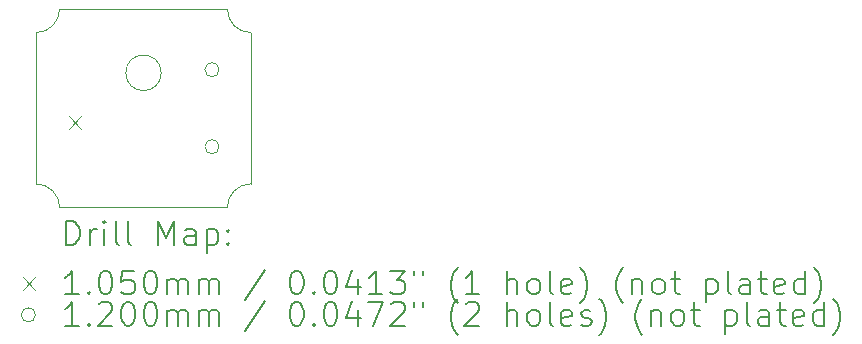
<source format=gbr>
%TF.GenerationSoftware,KiCad,Pcbnew,7.0.7*%
%TF.CreationDate,2023-11-04T12:16:55+01:00*%
%TF.ProjectId,amoeba-ulp,616d6f65-6261-42d7-956c-702e6b696361,rev?*%
%TF.SameCoordinates,Original*%
%TF.FileFunction,Drillmap*%
%TF.FilePolarity,Positive*%
%FSLAX45Y45*%
G04 Gerber Fmt 4.5, Leading zero omitted, Abs format (unit mm)*
G04 Created by KiCad (PCBNEW 7.0.7) date 2023-11-04 12:16:55*
%MOMM*%
%LPD*%
G01*
G04 APERTURE LIST*
%ADD10C,0.100000*%
%ADD11C,0.200000*%
%ADD12C,0.105000*%
%ADD13C,0.120000*%
G04 APERTURE END LIST*
D10*
X10860000Y-10340000D02*
G75*
G03*
X10860000Y-10340000I-150000J0D01*
G01*
X11420000Y-9800000D02*
G75*
G03*
X11620000Y-10000000I200000J0D01*
G01*
X11620000Y-11280000D02*
G75*
G03*
X11420000Y-11480000I0J-200000D01*
G01*
X10000000Y-11480000D02*
G75*
G03*
X9800000Y-11280000I-200000J0D01*
G01*
X9800000Y-10000000D02*
G75*
G03*
X10000000Y-9800000I0J200000D01*
G01*
X11620000Y-11280000D02*
X11620000Y-10000000D01*
X11420000Y-9800000D02*
X10000000Y-9800000D01*
X10000000Y-11480000D02*
X11420000Y-11480000D01*
X9800000Y-10000000D02*
X9800000Y-11280000D01*
D11*
D12*
X10077500Y-10707500D02*
X10182500Y-10812500D01*
X10182500Y-10707500D02*
X10077500Y-10812500D01*
D13*
X11350000Y-10314000D02*
G75*
G03*
X11350000Y-10314000I-60000J0D01*
G01*
X11350000Y-10966000D02*
G75*
G03*
X11350000Y-10966000I-60000J0D01*
G01*
D11*
X10055777Y-11796484D02*
X10055777Y-11596484D01*
X10055777Y-11596484D02*
X10103396Y-11596484D01*
X10103396Y-11596484D02*
X10131967Y-11606008D01*
X10131967Y-11606008D02*
X10151015Y-11625055D01*
X10151015Y-11625055D02*
X10160539Y-11644103D01*
X10160539Y-11644103D02*
X10170063Y-11682198D01*
X10170063Y-11682198D02*
X10170063Y-11710769D01*
X10170063Y-11710769D02*
X10160539Y-11748865D01*
X10160539Y-11748865D02*
X10151015Y-11767912D01*
X10151015Y-11767912D02*
X10131967Y-11786960D01*
X10131967Y-11786960D02*
X10103396Y-11796484D01*
X10103396Y-11796484D02*
X10055777Y-11796484D01*
X10255777Y-11796484D02*
X10255777Y-11663150D01*
X10255777Y-11701246D02*
X10265301Y-11682198D01*
X10265301Y-11682198D02*
X10274824Y-11672674D01*
X10274824Y-11672674D02*
X10293872Y-11663150D01*
X10293872Y-11663150D02*
X10312920Y-11663150D01*
X10379586Y-11796484D02*
X10379586Y-11663150D01*
X10379586Y-11596484D02*
X10370063Y-11606008D01*
X10370063Y-11606008D02*
X10379586Y-11615531D01*
X10379586Y-11615531D02*
X10389110Y-11606008D01*
X10389110Y-11606008D02*
X10379586Y-11596484D01*
X10379586Y-11596484D02*
X10379586Y-11615531D01*
X10503396Y-11796484D02*
X10484348Y-11786960D01*
X10484348Y-11786960D02*
X10474824Y-11767912D01*
X10474824Y-11767912D02*
X10474824Y-11596484D01*
X10608158Y-11796484D02*
X10589110Y-11786960D01*
X10589110Y-11786960D02*
X10579586Y-11767912D01*
X10579586Y-11767912D02*
X10579586Y-11596484D01*
X10836729Y-11796484D02*
X10836729Y-11596484D01*
X10836729Y-11596484D02*
X10903396Y-11739341D01*
X10903396Y-11739341D02*
X10970063Y-11596484D01*
X10970063Y-11596484D02*
X10970063Y-11796484D01*
X11151015Y-11796484D02*
X11151015Y-11691722D01*
X11151015Y-11691722D02*
X11141491Y-11672674D01*
X11141491Y-11672674D02*
X11122444Y-11663150D01*
X11122444Y-11663150D02*
X11084348Y-11663150D01*
X11084348Y-11663150D02*
X11065301Y-11672674D01*
X11151015Y-11786960D02*
X11131967Y-11796484D01*
X11131967Y-11796484D02*
X11084348Y-11796484D01*
X11084348Y-11796484D02*
X11065301Y-11786960D01*
X11065301Y-11786960D02*
X11055777Y-11767912D01*
X11055777Y-11767912D02*
X11055777Y-11748865D01*
X11055777Y-11748865D02*
X11065301Y-11729817D01*
X11065301Y-11729817D02*
X11084348Y-11720293D01*
X11084348Y-11720293D02*
X11131967Y-11720293D01*
X11131967Y-11720293D02*
X11151015Y-11710769D01*
X11246253Y-11663150D02*
X11246253Y-11863150D01*
X11246253Y-11672674D02*
X11265301Y-11663150D01*
X11265301Y-11663150D02*
X11303396Y-11663150D01*
X11303396Y-11663150D02*
X11322443Y-11672674D01*
X11322443Y-11672674D02*
X11331967Y-11682198D01*
X11331967Y-11682198D02*
X11341491Y-11701246D01*
X11341491Y-11701246D02*
X11341491Y-11758388D01*
X11341491Y-11758388D02*
X11331967Y-11777436D01*
X11331967Y-11777436D02*
X11322443Y-11786960D01*
X11322443Y-11786960D02*
X11303396Y-11796484D01*
X11303396Y-11796484D02*
X11265301Y-11796484D01*
X11265301Y-11796484D02*
X11246253Y-11786960D01*
X11427205Y-11777436D02*
X11436729Y-11786960D01*
X11436729Y-11786960D02*
X11427205Y-11796484D01*
X11427205Y-11796484D02*
X11417682Y-11786960D01*
X11417682Y-11786960D02*
X11427205Y-11777436D01*
X11427205Y-11777436D02*
X11427205Y-11796484D01*
X11427205Y-11672674D02*
X11436729Y-11682198D01*
X11436729Y-11682198D02*
X11427205Y-11691722D01*
X11427205Y-11691722D02*
X11417682Y-11682198D01*
X11417682Y-11682198D02*
X11427205Y-11672674D01*
X11427205Y-11672674D02*
X11427205Y-11691722D01*
D12*
X9690000Y-12072500D02*
X9795000Y-12177500D01*
X9795000Y-12072500D02*
X9690000Y-12177500D01*
D11*
X10160539Y-12216484D02*
X10046253Y-12216484D01*
X10103396Y-12216484D02*
X10103396Y-12016484D01*
X10103396Y-12016484D02*
X10084348Y-12045055D01*
X10084348Y-12045055D02*
X10065301Y-12064103D01*
X10065301Y-12064103D02*
X10046253Y-12073627D01*
X10246253Y-12197436D02*
X10255777Y-12206960D01*
X10255777Y-12206960D02*
X10246253Y-12216484D01*
X10246253Y-12216484D02*
X10236729Y-12206960D01*
X10236729Y-12206960D02*
X10246253Y-12197436D01*
X10246253Y-12197436D02*
X10246253Y-12216484D01*
X10379586Y-12016484D02*
X10398634Y-12016484D01*
X10398634Y-12016484D02*
X10417682Y-12026008D01*
X10417682Y-12026008D02*
X10427205Y-12035531D01*
X10427205Y-12035531D02*
X10436729Y-12054579D01*
X10436729Y-12054579D02*
X10446253Y-12092674D01*
X10446253Y-12092674D02*
X10446253Y-12140293D01*
X10446253Y-12140293D02*
X10436729Y-12178388D01*
X10436729Y-12178388D02*
X10427205Y-12197436D01*
X10427205Y-12197436D02*
X10417682Y-12206960D01*
X10417682Y-12206960D02*
X10398634Y-12216484D01*
X10398634Y-12216484D02*
X10379586Y-12216484D01*
X10379586Y-12216484D02*
X10360539Y-12206960D01*
X10360539Y-12206960D02*
X10351015Y-12197436D01*
X10351015Y-12197436D02*
X10341491Y-12178388D01*
X10341491Y-12178388D02*
X10331967Y-12140293D01*
X10331967Y-12140293D02*
X10331967Y-12092674D01*
X10331967Y-12092674D02*
X10341491Y-12054579D01*
X10341491Y-12054579D02*
X10351015Y-12035531D01*
X10351015Y-12035531D02*
X10360539Y-12026008D01*
X10360539Y-12026008D02*
X10379586Y-12016484D01*
X10627205Y-12016484D02*
X10531967Y-12016484D01*
X10531967Y-12016484D02*
X10522444Y-12111722D01*
X10522444Y-12111722D02*
X10531967Y-12102198D01*
X10531967Y-12102198D02*
X10551015Y-12092674D01*
X10551015Y-12092674D02*
X10598634Y-12092674D01*
X10598634Y-12092674D02*
X10617682Y-12102198D01*
X10617682Y-12102198D02*
X10627205Y-12111722D01*
X10627205Y-12111722D02*
X10636729Y-12130769D01*
X10636729Y-12130769D02*
X10636729Y-12178388D01*
X10636729Y-12178388D02*
X10627205Y-12197436D01*
X10627205Y-12197436D02*
X10617682Y-12206960D01*
X10617682Y-12206960D02*
X10598634Y-12216484D01*
X10598634Y-12216484D02*
X10551015Y-12216484D01*
X10551015Y-12216484D02*
X10531967Y-12206960D01*
X10531967Y-12206960D02*
X10522444Y-12197436D01*
X10760539Y-12016484D02*
X10779586Y-12016484D01*
X10779586Y-12016484D02*
X10798634Y-12026008D01*
X10798634Y-12026008D02*
X10808158Y-12035531D01*
X10808158Y-12035531D02*
X10817682Y-12054579D01*
X10817682Y-12054579D02*
X10827205Y-12092674D01*
X10827205Y-12092674D02*
X10827205Y-12140293D01*
X10827205Y-12140293D02*
X10817682Y-12178388D01*
X10817682Y-12178388D02*
X10808158Y-12197436D01*
X10808158Y-12197436D02*
X10798634Y-12206960D01*
X10798634Y-12206960D02*
X10779586Y-12216484D01*
X10779586Y-12216484D02*
X10760539Y-12216484D01*
X10760539Y-12216484D02*
X10741491Y-12206960D01*
X10741491Y-12206960D02*
X10731967Y-12197436D01*
X10731967Y-12197436D02*
X10722444Y-12178388D01*
X10722444Y-12178388D02*
X10712920Y-12140293D01*
X10712920Y-12140293D02*
X10712920Y-12092674D01*
X10712920Y-12092674D02*
X10722444Y-12054579D01*
X10722444Y-12054579D02*
X10731967Y-12035531D01*
X10731967Y-12035531D02*
X10741491Y-12026008D01*
X10741491Y-12026008D02*
X10760539Y-12016484D01*
X10912920Y-12216484D02*
X10912920Y-12083150D01*
X10912920Y-12102198D02*
X10922444Y-12092674D01*
X10922444Y-12092674D02*
X10941491Y-12083150D01*
X10941491Y-12083150D02*
X10970063Y-12083150D01*
X10970063Y-12083150D02*
X10989110Y-12092674D01*
X10989110Y-12092674D02*
X10998634Y-12111722D01*
X10998634Y-12111722D02*
X10998634Y-12216484D01*
X10998634Y-12111722D02*
X11008158Y-12092674D01*
X11008158Y-12092674D02*
X11027205Y-12083150D01*
X11027205Y-12083150D02*
X11055777Y-12083150D01*
X11055777Y-12083150D02*
X11074825Y-12092674D01*
X11074825Y-12092674D02*
X11084348Y-12111722D01*
X11084348Y-12111722D02*
X11084348Y-12216484D01*
X11179586Y-12216484D02*
X11179586Y-12083150D01*
X11179586Y-12102198D02*
X11189110Y-12092674D01*
X11189110Y-12092674D02*
X11208158Y-12083150D01*
X11208158Y-12083150D02*
X11236729Y-12083150D01*
X11236729Y-12083150D02*
X11255777Y-12092674D01*
X11255777Y-12092674D02*
X11265301Y-12111722D01*
X11265301Y-12111722D02*
X11265301Y-12216484D01*
X11265301Y-12111722D02*
X11274824Y-12092674D01*
X11274824Y-12092674D02*
X11293872Y-12083150D01*
X11293872Y-12083150D02*
X11322443Y-12083150D01*
X11322443Y-12083150D02*
X11341491Y-12092674D01*
X11341491Y-12092674D02*
X11351015Y-12111722D01*
X11351015Y-12111722D02*
X11351015Y-12216484D01*
X11741491Y-12006960D02*
X11570063Y-12264103D01*
X11998634Y-12016484D02*
X12017682Y-12016484D01*
X12017682Y-12016484D02*
X12036729Y-12026008D01*
X12036729Y-12026008D02*
X12046253Y-12035531D01*
X12046253Y-12035531D02*
X12055777Y-12054579D01*
X12055777Y-12054579D02*
X12065301Y-12092674D01*
X12065301Y-12092674D02*
X12065301Y-12140293D01*
X12065301Y-12140293D02*
X12055777Y-12178388D01*
X12055777Y-12178388D02*
X12046253Y-12197436D01*
X12046253Y-12197436D02*
X12036729Y-12206960D01*
X12036729Y-12206960D02*
X12017682Y-12216484D01*
X12017682Y-12216484D02*
X11998634Y-12216484D01*
X11998634Y-12216484D02*
X11979586Y-12206960D01*
X11979586Y-12206960D02*
X11970063Y-12197436D01*
X11970063Y-12197436D02*
X11960539Y-12178388D01*
X11960539Y-12178388D02*
X11951015Y-12140293D01*
X11951015Y-12140293D02*
X11951015Y-12092674D01*
X11951015Y-12092674D02*
X11960539Y-12054579D01*
X11960539Y-12054579D02*
X11970063Y-12035531D01*
X11970063Y-12035531D02*
X11979586Y-12026008D01*
X11979586Y-12026008D02*
X11998634Y-12016484D01*
X12151015Y-12197436D02*
X12160539Y-12206960D01*
X12160539Y-12206960D02*
X12151015Y-12216484D01*
X12151015Y-12216484D02*
X12141491Y-12206960D01*
X12141491Y-12206960D02*
X12151015Y-12197436D01*
X12151015Y-12197436D02*
X12151015Y-12216484D01*
X12284348Y-12016484D02*
X12303396Y-12016484D01*
X12303396Y-12016484D02*
X12322444Y-12026008D01*
X12322444Y-12026008D02*
X12331967Y-12035531D01*
X12331967Y-12035531D02*
X12341491Y-12054579D01*
X12341491Y-12054579D02*
X12351015Y-12092674D01*
X12351015Y-12092674D02*
X12351015Y-12140293D01*
X12351015Y-12140293D02*
X12341491Y-12178388D01*
X12341491Y-12178388D02*
X12331967Y-12197436D01*
X12331967Y-12197436D02*
X12322444Y-12206960D01*
X12322444Y-12206960D02*
X12303396Y-12216484D01*
X12303396Y-12216484D02*
X12284348Y-12216484D01*
X12284348Y-12216484D02*
X12265301Y-12206960D01*
X12265301Y-12206960D02*
X12255777Y-12197436D01*
X12255777Y-12197436D02*
X12246253Y-12178388D01*
X12246253Y-12178388D02*
X12236729Y-12140293D01*
X12236729Y-12140293D02*
X12236729Y-12092674D01*
X12236729Y-12092674D02*
X12246253Y-12054579D01*
X12246253Y-12054579D02*
X12255777Y-12035531D01*
X12255777Y-12035531D02*
X12265301Y-12026008D01*
X12265301Y-12026008D02*
X12284348Y-12016484D01*
X12522444Y-12083150D02*
X12522444Y-12216484D01*
X12474825Y-12006960D02*
X12427206Y-12149817D01*
X12427206Y-12149817D02*
X12551015Y-12149817D01*
X12731967Y-12216484D02*
X12617682Y-12216484D01*
X12674825Y-12216484D02*
X12674825Y-12016484D01*
X12674825Y-12016484D02*
X12655777Y-12045055D01*
X12655777Y-12045055D02*
X12636729Y-12064103D01*
X12636729Y-12064103D02*
X12617682Y-12073627D01*
X12798634Y-12016484D02*
X12922444Y-12016484D01*
X12922444Y-12016484D02*
X12855777Y-12092674D01*
X12855777Y-12092674D02*
X12884348Y-12092674D01*
X12884348Y-12092674D02*
X12903396Y-12102198D01*
X12903396Y-12102198D02*
X12912920Y-12111722D01*
X12912920Y-12111722D02*
X12922444Y-12130769D01*
X12922444Y-12130769D02*
X12922444Y-12178388D01*
X12922444Y-12178388D02*
X12912920Y-12197436D01*
X12912920Y-12197436D02*
X12903396Y-12206960D01*
X12903396Y-12206960D02*
X12884348Y-12216484D01*
X12884348Y-12216484D02*
X12827206Y-12216484D01*
X12827206Y-12216484D02*
X12808158Y-12206960D01*
X12808158Y-12206960D02*
X12798634Y-12197436D01*
X12998634Y-12016484D02*
X12998634Y-12054579D01*
X13074825Y-12016484D02*
X13074825Y-12054579D01*
X13370063Y-12292674D02*
X13360539Y-12283150D01*
X13360539Y-12283150D02*
X13341491Y-12254579D01*
X13341491Y-12254579D02*
X13331968Y-12235531D01*
X13331968Y-12235531D02*
X13322444Y-12206960D01*
X13322444Y-12206960D02*
X13312920Y-12159341D01*
X13312920Y-12159341D02*
X13312920Y-12121246D01*
X13312920Y-12121246D02*
X13322444Y-12073627D01*
X13322444Y-12073627D02*
X13331968Y-12045055D01*
X13331968Y-12045055D02*
X13341491Y-12026008D01*
X13341491Y-12026008D02*
X13360539Y-11997436D01*
X13360539Y-11997436D02*
X13370063Y-11987912D01*
X13551015Y-12216484D02*
X13436729Y-12216484D01*
X13493872Y-12216484D02*
X13493872Y-12016484D01*
X13493872Y-12016484D02*
X13474825Y-12045055D01*
X13474825Y-12045055D02*
X13455777Y-12064103D01*
X13455777Y-12064103D02*
X13436729Y-12073627D01*
X13789110Y-12216484D02*
X13789110Y-12016484D01*
X13874825Y-12216484D02*
X13874825Y-12111722D01*
X13874825Y-12111722D02*
X13865301Y-12092674D01*
X13865301Y-12092674D02*
X13846253Y-12083150D01*
X13846253Y-12083150D02*
X13817682Y-12083150D01*
X13817682Y-12083150D02*
X13798634Y-12092674D01*
X13798634Y-12092674D02*
X13789110Y-12102198D01*
X13998634Y-12216484D02*
X13979587Y-12206960D01*
X13979587Y-12206960D02*
X13970063Y-12197436D01*
X13970063Y-12197436D02*
X13960539Y-12178388D01*
X13960539Y-12178388D02*
X13960539Y-12121246D01*
X13960539Y-12121246D02*
X13970063Y-12102198D01*
X13970063Y-12102198D02*
X13979587Y-12092674D01*
X13979587Y-12092674D02*
X13998634Y-12083150D01*
X13998634Y-12083150D02*
X14027206Y-12083150D01*
X14027206Y-12083150D02*
X14046253Y-12092674D01*
X14046253Y-12092674D02*
X14055777Y-12102198D01*
X14055777Y-12102198D02*
X14065301Y-12121246D01*
X14065301Y-12121246D02*
X14065301Y-12178388D01*
X14065301Y-12178388D02*
X14055777Y-12197436D01*
X14055777Y-12197436D02*
X14046253Y-12206960D01*
X14046253Y-12206960D02*
X14027206Y-12216484D01*
X14027206Y-12216484D02*
X13998634Y-12216484D01*
X14179587Y-12216484D02*
X14160539Y-12206960D01*
X14160539Y-12206960D02*
X14151015Y-12187912D01*
X14151015Y-12187912D02*
X14151015Y-12016484D01*
X14331968Y-12206960D02*
X14312920Y-12216484D01*
X14312920Y-12216484D02*
X14274825Y-12216484D01*
X14274825Y-12216484D02*
X14255777Y-12206960D01*
X14255777Y-12206960D02*
X14246253Y-12187912D01*
X14246253Y-12187912D02*
X14246253Y-12111722D01*
X14246253Y-12111722D02*
X14255777Y-12092674D01*
X14255777Y-12092674D02*
X14274825Y-12083150D01*
X14274825Y-12083150D02*
X14312920Y-12083150D01*
X14312920Y-12083150D02*
X14331968Y-12092674D01*
X14331968Y-12092674D02*
X14341491Y-12111722D01*
X14341491Y-12111722D02*
X14341491Y-12130769D01*
X14341491Y-12130769D02*
X14246253Y-12149817D01*
X14408158Y-12292674D02*
X14417682Y-12283150D01*
X14417682Y-12283150D02*
X14436730Y-12254579D01*
X14436730Y-12254579D02*
X14446253Y-12235531D01*
X14446253Y-12235531D02*
X14455777Y-12206960D01*
X14455777Y-12206960D02*
X14465301Y-12159341D01*
X14465301Y-12159341D02*
X14465301Y-12121246D01*
X14465301Y-12121246D02*
X14455777Y-12073627D01*
X14455777Y-12073627D02*
X14446253Y-12045055D01*
X14446253Y-12045055D02*
X14436730Y-12026008D01*
X14436730Y-12026008D02*
X14417682Y-11997436D01*
X14417682Y-11997436D02*
X14408158Y-11987912D01*
X14770063Y-12292674D02*
X14760539Y-12283150D01*
X14760539Y-12283150D02*
X14741491Y-12254579D01*
X14741491Y-12254579D02*
X14731968Y-12235531D01*
X14731968Y-12235531D02*
X14722444Y-12206960D01*
X14722444Y-12206960D02*
X14712920Y-12159341D01*
X14712920Y-12159341D02*
X14712920Y-12121246D01*
X14712920Y-12121246D02*
X14722444Y-12073627D01*
X14722444Y-12073627D02*
X14731968Y-12045055D01*
X14731968Y-12045055D02*
X14741491Y-12026008D01*
X14741491Y-12026008D02*
X14760539Y-11997436D01*
X14760539Y-11997436D02*
X14770063Y-11987912D01*
X14846253Y-12083150D02*
X14846253Y-12216484D01*
X14846253Y-12102198D02*
X14855777Y-12092674D01*
X14855777Y-12092674D02*
X14874825Y-12083150D01*
X14874825Y-12083150D02*
X14903396Y-12083150D01*
X14903396Y-12083150D02*
X14922444Y-12092674D01*
X14922444Y-12092674D02*
X14931968Y-12111722D01*
X14931968Y-12111722D02*
X14931968Y-12216484D01*
X15055777Y-12216484D02*
X15036730Y-12206960D01*
X15036730Y-12206960D02*
X15027206Y-12197436D01*
X15027206Y-12197436D02*
X15017682Y-12178388D01*
X15017682Y-12178388D02*
X15017682Y-12121246D01*
X15017682Y-12121246D02*
X15027206Y-12102198D01*
X15027206Y-12102198D02*
X15036730Y-12092674D01*
X15036730Y-12092674D02*
X15055777Y-12083150D01*
X15055777Y-12083150D02*
X15084349Y-12083150D01*
X15084349Y-12083150D02*
X15103396Y-12092674D01*
X15103396Y-12092674D02*
X15112920Y-12102198D01*
X15112920Y-12102198D02*
X15122444Y-12121246D01*
X15122444Y-12121246D02*
X15122444Y-12178388D01*
X15122444Y-12178388D02*
X15112920Y-12197436D01*
X15112920Y-12197436D02*
X15103396Y-12206960D01*
X15103396Y-12206960D02*
X15084349Y-12216484D01*
X15084349Y-12216484D02*
X15055777Y-12216484D01*
X15179587Y-12083150D02*
X15255777Y-12083150D01*
X15208158Y-12016484D02*
X15208158Y-12187912D01*
X15208158Y-12187912D02*
X15217682Y-12206960D01*
X15217682Y-12206960D02*
X15236730Y-12216484D01*
X15236730Y-12216484D02*
X15255777Y-12216484D01*
X15474825Y-12083150D02*
X15474825Y-12283150D01*
X15474825Y-12092674D02*
X15493872Y-12083150D01*
X15493872Y-12083150D02*
X15531968Y-12083150D01*
X15531968Y-12083150D02*
X15551015Y-12092674D01*
X15551015Y-12092674D02*
X15560539Y-12102198D01*
X15560539Y-12102198D02*
X15570063Y-12121246D01*
X15570063Y-12121246D02*
X15570063Y-12178388D01*
X15570063Y-12178388D02*
X15560539Y-12197436D01*
X15560539Y-12197436D02*
X15551015Y-12206960D01*
X15551015Y-12206960D02*
X15531968Y-12216484D01*
X15531968Y-12216484D02*
X15493872Y-12216484D01*
X15493872Y-12216484D02*
X15474825Y-12206960D01*
X15684349Y-12216484D02*
X15665301Y-12206960D01*
X15665301Y-12206960D02*
X15655777Y-12187912D01*
X15655777Y-12187912D02*
X15655777Y-12016484D01*
X15846253Y-12216484D02*
X15846253Y-12111722D01*
X15846253Y-12111722D02*
X15836730Y-12092674D01*
X15836730Y-12092674D02*
X15817682Y-12083150D01*
X15817682Y-12083150D02*
X15779587Y-12083150D01*
X15779587Y-12083150D02*
X15760539Y-12092674D01*
X15846253Y-12206960D02*
X15827206Y-12216484D01*
X15827206Y-12216484D02*
X15779587Y-12216484D01*
X15779587Y-12216484D02*
X15760539Y-12206960D01*
X15760539Y-12206960D02*
X15751015Y-12187912D01*
X15751015Y-12187912D02*
X15751015Y-12168865D01*
X15751015Y-12168865D02*
X15760539Y-12149817D01*
X15760539Y-12149817D02*
X15779587Y-12140293D01*
X15779587Y-12140293D02*
X15827206Y-12140293D01*
X15827206Y-12140293D02*
X15846253Y-12130769D01*
X15912920Y-12083150D02*
X15989111Y-12083150D01*
X15941492Y-12016484D02*
X15941492Y-12187912D01*
X15941492Y-12187912D02*
X15951015Y-12206960D01*
X15951015Y-12206960D02*
X15970063Y-12216484D01*
X15970063Y-12216484D02*
X15989111Y-12216484D01*
X16131968Y-12206960D02*
X16112920Y-12216484D01*
X16112920Y-12216484D02*
X16074825Y-12216484D01*
X16074825Y-12216484D02*
X16055777Y-12206960D01*
X16055777Y-12206960D02*
X16046253Y-12187912D01*
X16046253Y-12187912D02*
X16046253Y-12111722D01*
X16046253Y-12111722D02*
X16055777Y-12092674D01*
X16055777Y-12092674D02*
X16074825Y-12083150D01*
X16074825Y-12083150D02*
X16112920Y-12083150D01*
X16112920Y-12083150D02*
X16131968Y-12092674D01*
X16131968Y-12092674D02*
X16141492Y-12111722D01*
X16141492Y-12111722D02*
X16141492Y-12130769D01*
X16141492Y-12130769D02*
X16046253Y-12149817D01*
X16312920Y-12216484D02*
X16312920Y-12016484D01*
X16312920Y-12206960D02*
X16293873Y-12216484D01*
X16293873Y-12216484D02*
X16255777Y-12216484D01*
X16255777Y-12216484D02*
X16236730Y-12206960D01*
X16236730Y-12206960D02*
X16227206Y-12197436D01*
X16227206Y-12197436D02*
X16217682Y-12178388D01*
X16217682Y-12178388D02*
X16217682Y-12121246D01*
X16217682Y-12121246D02*
X16227206Y-12102198D01*
X16227206Y-12102198D02*
X16236730Y-12092674D01*
X16236730Y-12092674D02*
X16255777Y-12083150D01*
X16255777Y-12083150D02*
X16293873Y-12083150D01*
X16293873Y-12083150D02*
X16312920Y-12092674D01*
X16389111Y-12292674D02*
X16398634Y-12283150D01*
X16398634Y-12283150D02*
X16417682Y-12254579D01*
X16417682Y-12254579D02*
X16427206Y-12235531D01*
X16427206Y-12235531D02*
X16436730Y-12206960D01*
X16436730Y-12206960D02*
X16446253Y-12159341D01*
X16446253Y-12159341D02*
X16446253Y-12121246D01*
X16446253Y-12121246D02*
X16436730Y-12073627D01*
X16436730Y-12073627D02*
X16427206Y-12045055D01*
X16427206Y-12045055D02*
X16417682Y-12026008D01*
X16417682Y-12026008D02*
X16398634Y-11997436D01*
X16398634Y-11997436D02*
X16389111Y-11987912D01*
D13*
X9795000Y-12389000D02*
G75*
G03*
X9795000Y-12389000I-60000J0D01*
G01*
D11*
X10160539Y-12480484D02*
X10046253Y-12480484D01*
X10103396Y-12480484D02*
X10103396Y-12280484D01*
X10103396Y-12280484D02*
X10084348Y-12309055D01*
X10084348Y-12309055D02*
X10065301Y-12328103D01*
X10065301Y-12328103D02*
X10046253Y-12337627D01*
X10246253Y-12461436D02*
X10255777Y-12470960D01*
X10255777Y-12470960D02*
X10246253Y-12480484D01*
X10246253Y-12480484D02*
X10236729Y-12470960D01*
X10236729Y-12470960D02*
X10246253Y-12461436D01*
X10246253Y-12461436D02*
X10246253Y-12480484D01*
X10331967Y-12299531D02*
X10341491Y-12290008D01*
X10341491Y-12290008D02*
X10360539Y-12280484D01*
X10360539Y-12280484D02*
X10408158Y-12280484D01*
X10408158Y-12280484D02*
X10427205Y-12290008D01*
X10427205Y-12290008D02*
X10436729Y-12299531D01*
X10436729Y-12299531D02*
X10446253Y-12318579D01*
X10446253Y-12318579D02*
X10446253Y-12337627D01*
X10446253Y-12337627D02*
X10436729Y-12366198D01*
X10436729Y-12366198D02*
X10322444Y-12480484D01*
X10322444Y-12480484D02*
X10446253Y-12480484D01*
X10570063Y-12280484D02*
X10589110Y-12280484D01*
X10589110Y-12280484D02*
X10608158Y-12290008D01*
X10608158Y-12290008D02*
X10617682Y-12299531D01*
X10617682Y-12299531D02*
X10627205Y-12318579D01*
X10627205Y-12318579D02*
X10636729Y-12356674D01*
X10636729Y-12356674D02*
X10636729Y-12404293D01*
X10636729Y-12404293D02*
X10627205Y-12442388D01*
X10627205Y-12442388D02*
X10617682Y-12461436D01*
X10617682Y-12461436D02*
X10608158Y-12470960D01*
X10608158Y-12470960D02*
X10589110Y-12480484D01*
X10589110Y-12480484D02*
X10570063Y-12480484D01*
X10570063Y-12480484D02*
X10551015Y-12470960D01*
X10551015Y-12470960D02*
X10541491Y-12461436D01*
X10541491Y-12461436D02*
X10531967Y-12442388D01*
X10531967Y-12442388D02*
X10522444Y-12404293D01*
X10522444Y-12404293D02*
X10522444Y-12356674D01*
X10522444Y-12356674D02*
X10531967Y-12318579D01*
X10531967Y-12318579D02*
X10541491Y-12299531D01*
X10541491Y-12299531D02*
X10551015Y-12290008D01*
X10551015Y-12290008D02*
X10570063Y-12280484D01*
X10760539Y-12280484D02*
X10779586Y-12280484D01*
X10779586Y-12280484D02*
X10798634Y-12290008D01*
X10798634Y-12290008D02*
X10808158Y-12299531D01*
X10808158Y-12299531D02*
X10817682Y-12318579D01*
X10817682Y-12318579D02*
X10827205Y-12356674D01*
X10827205Y-12356674D02*
X10827205Y-12404293D01*
X10827205Y-12404293D02*
X10817682Y-12442388D01*
X10817682Y-12442388D02*
X10808158Y-12461436D01*
X10808158Y-12461436D02*
X10798634Y-12470960D01*
X10798634Y-12470960D02*
X10779586Y-12480484D01*
X10779586Y-12480484D02*
X10760539Y-12480484D01*
X10760539Y-12480484D02*
X10741491Y-12470960D01*
X10741491Y-12470960D02*
X10731967Y-12461436D01*
X10731967Y-12461436D02*
X10722444Y-12442388D01*
X10722444Y-12442388D02*
X10712920Y-12404293D01*
X10712920Y-12404293D02*
X10712920Y-12356674D01*
X10712920Y-12356674D02*
X10722444Y-12318579D01*
X10722444Y-12318579D02*
X10731967Y-12299531D01*
X10731967Y-12299531D02*
X10741491Y-12290008D01*
X10741491Y-12290008D02*
X10760539Y-12280484D01*
X10912920Y-12480484D02*
X10912920Y-12347150D01*
X10912920Y-12366198D02*
X10922444Y-12356674D01*
X10922444Y-12356674D02*
X10941491Y-12347150D01*
X10941491Y-12347150D02*
X10970063Y-12347150D01*
X10970063Y-12347150D02*
X10989110Y-12356674D01*
X10989110Y-12356674D02*
X10998634Y-12375722D01*
X10998634Y-12375722D02*
X10998634Y-12480484D01*
X10998634Y-12375722D02*
X11008158Y-12356674D01*
X11008158Y-12356674D02*
X11027205Y-12347150D01*
X11027205Y-12347150D02*
X11055777Y-12347150D01*
X11055777Y-12347150D02*
X11074825Y-12356674D01*
X11074825Y-12356674D02*
X11084348Y-12375722D01*
X11084348Y-12375722D02*
X11084348Y-12480484D01*
X11179586Y-12480484D02*
X11179586Y-12347150D01*
X11179586Y-12366198D02*
X11189110Y-12356674D01*
X11189110Y-12356674D02*
X11208158Y-12347150D01*
X11208158Y-12347150D02*
X11236729Y-12347150D01*
X11236729Y-12347150D02*
X11255777Y-12356674D01*
X11255777Y-12356674D02*
X11265301Y-12375722D01*
X11265301Y-12375722D02*
X11265301Y-12480484D01*
X11265301Y-12375722D02*
X11274824Y-12356674D01*
X11274824Y-12356674D02*
X11293872Y-12347150D01*
X11293872Y-12347150D02*
X11322443Y-12347150D01*
X11322443Y-12347150D02*
X11341491Y-12356674D01*
X11341491Y-12356674D02*
X11351015Y-12375722D01*
X11351015Y-12375722D02*
X11351015Y-12480484D01*
X11741491Y-12270960D02*
X11570063Y-12528103D01*
X11998634Y-12280484D02*
X12017682Y-12280484D01*
X12017682Y-12280484D02*
X12036729Y-12290008D01*
X12036729Y-12290008D02*
X12046253Y-12299531D01*
X12046253Y-12299531D02*
X12055777Y-12318579D01*
X12055777Y-12318579D02*
X12065301Y-12356674D01*
X12065301Y-12356674D02*
X12065301Y-12404293D01*
X12065301Y-12404293D02*
X12055777Y-12442388D01*
X12055777Y-12442388D02*
X12046253Y-12461436D01*
X12046253Y-12461436D02*
X12036729Y-12470960D01*
X12036729Y-12470960D02*
X12017682Y-12480484D01*
X12017682Y-12480484D02*
X11998634Y-12480484D01*
X11998634Y-12480484D02*
X11979586Y-12470960D01*
X11979586Y-12470960D02*
X11970063Y-12461436D01*
X11970063Y-12461436D02*
X11960539Y-12442388D01*
X11960539Y-12442388D02*
X11951015Y-12404293D01*
X11951015Y-12404293D02*
X11951015Y-12356674D01*
X11951015Y-12356674D02*
X11960539Y-12318579D01*
X11960539Y-12318579D02*
X11970063Y-12299531D01*
X11970063Y-12299531D02*
X11979586Y-12290008D01*
X11979586Y-12290008D02*
X11998634Y-12280484D01*
X12151015Y-12461436D02*
X12160539Y-12470960D01*
X12160539Y-12470960D02*
X12151015Y-12480484D01*
X12151015Y-12480484D02*
X12141491Y-12470960D01*
X12141491Y-12470960D02*
X12151015Y-12461436D01*
X12151015Y-12461436D02*
X12151015Y-12480484D01*
X12284348Y-12280484D02*
X12303396Y-12280484D01*
X12303396Y-12280484D02*
X12322444Y-12290008D01*
X12322444Y-12290008D02*
X12331967Y-12299531D01*
X12331967Y-12299531D02*
X12341491Y-12318579D01*
X12341491Y-12318579D02*
X12351015Y-12356674D01*
X12351015Y-12356674D02*
X12351015Y-12404293D01*
X12351015Y-12404293D02*
X12341491Y-12442388D01*
X12341491Y-12442388D02*
X12331967Y-12461436D01*
X12331967Y-12461436D02*
X12322444Y-12470960D01*
X12322444Y-12470960D02*
X12303396Y-12480484D01*
X12303396Y-12480484D02*
X12284348Y-12480484D01*
X12284348Y-12480484D02*
X12265301Y-12470960D01*
X12265301Y-12470960D02*
X12255777Y-12461436D01*
X12255777Y-12461436D02*
X12246253Y-12442388D01*
X12246253Y-12442388D02*
X12236729Y-12404293D01*
X12236729Y-12404293D02*
X12236729Y-12356674D01*
X12236729Y-12356674D02*
X12246253Y-12318579D01*
X12246253Y-12318579D02*
X12255777Y-12299531D01*
X12255777Y-12299531D02*
X12265301Y-12290008D01*
X12265301Y-12290008D02*
X12284348Y-12280484D01*
X12522444Y-12347150D02*
X12522444Y-12480484D01*
X12474825Y-12270960D02*
X12427206Y-12413817D01*
X12427206Y-12413817D02*
X12551015Y-12413817D01*
X12608158Y-12280484D02*
X12741491Y-12280484D01*
X12741491Y-12280484D02*
X12655777Y-12480484D01*
X12808158Y-12299531D02*
X12817682Y-12290008D01*
X12817682Y-12290008D02*
X12836729Y-12280484D01*
X12836729Y-12280484D02*
X12884348Y-12280484D01*
X12884348Y-12280484D02*
X12903396Y-12290008D01*
X12903396Y-12290008D02*
X12912920Y-12299531D01*
X12912920Y-12299531D02*
X12922444Y-12318579D01*
X12922444Y-12318579D02*
X12922444Y-12337627D01*
X12922444Y-12337627D02*
X12912920Y-12366198D01*
X12912920Y-12366198D02*
X12798634Y-12480484D01*
X12798634Y-12480484D02*
X12922444Y-12480484D01*
X12998634Y-12280484D02*
X12998634Y-12318579D01*
X13074825Y-12280484D02*
X13074825Y-12318579D01*
X13370063Y-12556674D02*
X13360539Y-12547150D01*
X13360539Y-12547150D02*
X13341491Y-12518579D01*
X13341491Y-12518579D02*
X13331968Y-12499531D01*
X13331968Y-12499531D02*
X13322444Y-12470960D01*
X13322444Y-12470960D02*
X13312920Y-12423341D01*
X13312920Y-12423341D02*
X13312920Y-12385246D01*
X13312920Y-12385246D02*
X13322444Y-12337627D01*
X13322444Y-12337627D02*
X13331968Y-12309055D01*
X13331968Y-12309055D02*
X13341491Y-12290008D01*
X13341491Y-12290008D02*
X13360539Y-12261436D01*
X13360539Y-12261436D02*
X13370063Y-12251912D01*
X13436729Y-12299531D02*
X13446253Y-12290008D01*
X13446253Y-12290008D02*
X13465301Y-12280484D01*
X13465301Y-12280484D02*
X13512920Y-12280484D01*
X13512920Y-12280484D02*
X13531968Y-12290008D01*
X13531968Y-12290008D02*
X13541491Y-12299531D01*
X13541491Y-12299531D02*
X13551015Y-12318579D01*
X13551015Y-12318579D02*
X13551015Y-12337627D01*
X13551015Y-12337627D02*
X13541491Y-12366198D01*
X13541491Y-12366198D02*
X13427206Y-12480484D01*
X13427206Y-12480484D02*
X13551015Y-12480484D01*
X13789110Y-12480484D02*
X13789110Y-12280484D01*
X13874825Y-12480484D02*
X13874825Y-12375722D01*
X13874825Y-12375722D02*
X13865301Y-12356674D01*
X13865301Y-12356674D02*
X13846253Y-12347150D01*
X13846253Y-12347150D02*
X13817682Y-12347150D01*
X13817682Y-12347150D02*
X13798634Y-12356674D01*
X13798634Y-12356674D02*
X13789110Y-12366198D01*
X13998634Y-12480484D02*
X13979587Y-12470960D01*
X13979587Y-12470960D02*
X13970063Y-12461436D01*
X13970063Y-12461436D02*
X13960539Y-12442388D01*
X13960539Y-12442388D02*
X13960539Y-12385246D01*
X13960539Y-12385246D02*
X13970063Y-12366198D01*
X13970063Y-12366198D02*
X13979587Y-12356674D01*
X13979587Y-12356674D02*
X13998634Y-12347150D01*
X13998634Y-12347150D02*
X14027206Y-12347150D01*
X14027206Y-12347150D02*
X14046253Y-12356674D01*
X14046253Y-12356674D02*
X14055777Y-12366198D01*
X14055777Y-12366198D02*
X14065301Y-12385246D01*
X14065301Y-12385246D02*
X14065301Y-12442388D01*
X14065301Y-12442388D02*
X14055777Y-12461436D01*
X14055777Y-12461436D02*
X14046253Y-12470960D01*
X14046253Y-12470960D02*
X14027206Y-12480484D01*
X14027206Y-12480484D02*
X13998634Y-12480484D01*
X14179587Y-12480484D02*
X14160539Y-12470960D01*
X14160539Y-12470960D02*
X14151015Y-12451912D01*
X14151015Y-12451912D02*
X14151015Y-12280484D01*
X14331968Y-12470960D02*
X14312920Y-12480484D01*
X14312920Y-12480484D02*
X14274825Y-12480484D01*
X14274825Y-12480484D02*
X14255777Y-12470960D01*
X14255777Y-12470960D02*
X14246253Y-12451912D01*
X14246253Y-12451912D02*
X14246253Y-12375722D01*
X14246253Y-12375722D02*
X14255777Y-12356674D01*
X14255777Y-12356674D02*
X14274825Y-12347150D01*
X14274825Y-12347150D02*
X14312920Y-12347150D01*
X14312920Y-12347150D02*
X14331968Y-12356674D01*
X14331968Y-12356674D02*
X14341491Y-12375722D01*
X14341491Y-12375722D02*
X14341491Y-12394769D01*
X14341491Y-12394769D02*
X14246253Y-12413817D01*
X14417682Y-12470960D02*
X14436730Y-12480484D01*
X14436730Y-12480484D02*
X14474825Y-12480484D01*
X14474825Y-12480484D02*
X14493872Y-12470960D01*
X14493872Y-12470960D02*
X14503396Y-12451912D01*
X14503396Y-12451912D02*
X14503396Y-12442388D01*
X14503396Y-12442388D02*
X14493872Y-12423341D01*
X14493872Y-12423341D02*
X14474825Y-12413817D01*
X14474825Y-12413817D02*
X14446253Y-12413817D01*
X14446253Y-12413817D02*
X14427206Y-12404293D01*
X14427206Y-12404293D02*
X14417682Y-12385246D01*
X14417682Y-12385246D02*
X14417682Y-12375722D01*
X14417682Y-12375722D02*
X14427206Y-12356674D01*
X14427206Y-12356674D02*
X14446253Y-12347150D01*
X14446253Y-12347150D02*
X14474825Y-12347150D01*
X14474825Y-12347150D02*
X14493872Y-12356674D01*
X14570063Y-12556674D02*
X14579587Y-12547150D01*
X14579587Y-12547150D02*
X14598634Y-12518579D01*
X14598634Y-12518579D02*
X14608158Y-12499531D01*
X14608158Y-12499531D02*
X14617682Y-12470960D01*
X14617682Y-12470960D02*
X14627206Y-12423341D01*
X14627206Y-12423341D02*
X14627206Y-12385246D01*
X14627206Y-12385246D02*
X14617682Y-12337627D01*
X14617682Y-12337627D02*
X14608158Y-12309055D01*
X14608158Y-12309055D02*
X14598634Y-12290008D01*
X14598634Y-12290008D02*
X14579587Y-12261436D01*
X14579587Y-12261436D02*
X14570063Y-12251912D01*
X14931968Y-12556674D02*
X14922444Y-12547150D01*
X14922444Y-12547150D02*
X14903396Y-12518579D01*
X14903396Y-12518579D02*
X14893872Y-12499531D01*
X14893872Y-12499531D02*
X14884349Y-12470960D01*
X14884349Y-12470960D02*
X14874825Y-12423341D01*
X14874825Y-12423341D02*
X14874825Y-12385246D01*
X14874825Y-12385246D02*
X14884349Y-12337627D01*
X14884349Y-12337627D02*
X14893872Y-12309055D01*
X14893872Y-12309055D02*
X14903396Y-12290008D01*
X14903396Y-12290008D02*
X14922444Y-12261436D01*
X14922444Y-12261436D02*
X14931968Y-12251912D01*
X15008158Y-12347150D02*
X15008158Y-12480484D01*
X15008158Y-12366198D02*
X15017682Y-12356674D01*
X15017682Y-12356674D02*
X15036730Y-12347150D01*
X15036730Y-12347150D02*
X15065301Y-12347150D01*
X15065301Y-12347150D02*
X15084349Y-12356674D01*
X15084349Y-12356674D02*
X15093872Y-12375722D01*
X15093872Y-12375722D02*
X15093872Y-12480484D01*
X15217682Y-12480484D02*
X15198634Y-12470960D01*
X15198634Y-12470960D02*
X15189111Y-12461436D01*
X15189111Y-12461436D02*
X15179587Y-12442388D01*
X15179587Y-12442388D02*
X15179587Y-12385246D01*
X15179587Y-12385246D02*
X15189111Y-12366198D01*
X15189111Y-12366198D02*
X15198634Y-12356674D01*
X15198634Y-12356674D02*
X15217682Y-12347150D01*
X15217682Y-12347150D02*
X15246253Y-12347150D01*
X15246253Y-12347150D02*
X15265301Y-12356674D01*
X15265301Y-12356674D02*
X15274825Y-12366198D01*
X15274825Y-12366198D02*
X15284349Y-12385246D01*
X15284349Y-12385246D02*
X15284349Y-12442388D01*
X15284349Y-12442388D02*
X15274825Y-12461436D01*
X15274825Y-12461436D02*
X15265301Y-12470960D01*
X15265301Y-12470960D02*
X15246253Y-12480484D01*
X15246253Y-12480484D02*
X15217682Y-12480484D01*
X15341492Y-12347150D02*
X15417682Y-12347150D01*
X15370063Y-12280484D02*
X15370063Y-12451912D01*
X15370063Y-12451912D02*
X15379587Y-12470960D01*
X15379587Y-12470960D02*
X15398634Y-12480484D01*
X15398634Y-12480484D02*
X15417682Y-12480484D01*
X15636730Y-12347150D02*
X15636730Y-12547150D01*
X15636730Y-12356674D02*
X15655777Y-12347150D01*
X15655777Y-12347150D02*
X15693873Y-12347150D01*
X15693873Y-12347150D02*
X15712920Y-12356674D01*
X15712920Y-12356674D02*
X15722444Y-12366198D01*
X15722444Y-12366198D02*
X15731968Y-12385246D01*
X15731968Y-12385246D02*
X15731968Y-12442388D01*
X15731968Y-12442388D02*
X15722444Y-12461436D01*
X15722444Y-12461436D02*
X15712920Y-12470960D01*
X15712920Y-12470960D02*
X15693873Y-12480484D01*
X15693873Y-12480484D02*
X15655777Y-12480484D01*
X15655777Y-12480484D02*
X15636730Y-12470960D01*
X15846253Y-12480484D02*
X15827206Y-12470960D01*
X15827206Y-12470960D02*
X15817682Y-12451912D01*
X15817682Y-12451912D02*
X15817682Y-12280484D01*
X16008158Y-12480484D02*
X16008158Y-12375722D01*
X16008158Y-12375722D02*
X15998634Y-12356674D01*
X15998634Y-12356674D02*
X15979587Y-12347150D01*
X15979587Y-12347150D02*
X15941492Y-12347150D01*
X15941492Y-12347150D02*
X15922444Y-12356674D01*
X16008158Y-12470960D02*
X15989111Y-12480484D01*
X15989111Y-12480484D02*
X15941492Y-12480484D01*
X15941492Y-12480484D02*
X15922444Y-12470960D01*
X15922444Y-12470960D02*
X15912920Y-12451912D01*
X15912920Y-12451912D02*
X15912920Y-12432865D01*
X15912920Y-12432865D02*
X15922444Y-12413817D01*
X15922444Y-12413817D02*
X15941492Y-12404293D01*
X15941492Y-12404293D02*
X15989111Y-12404293D01*
X15989111Y-12404293D02*
X16008158Y-12394769D01*
X16074825Y-12347150D02*
X16151015Y-12347150D01*
X16103396Y-12280484D02*
X16103396Y-12451912D01*
X16103396Y-12451912D02*
X16112920Y-12470960D01*
X16112920Y-12470960D02*
X16131968Y-12480484D01*
X16131968Y-12480484D02*
X16151015Y-12480484D01*
X16293873Y-12470960D02*
X16274825Y-12480484D01*
X16274825Y-12480484D02*
X16236730Y-12480484D01*
X16236730Y-12480484D02*
X16217682Y-12470960D01*
X16217682Y-12470960D02*
X16208158Y-12451912D01*
X16208158Y-12451912D02*
X16208158Y-12375722D01*
X16208158Y-12375722D02*
X16217682Y-12356674D01*
X16217682Y-12356674D02*
X16236730Y-12347150D01*
X16236730Y-12347150D02*
X16274825Y-12347150D01*
X16274825Y-12347150D02*
X16293873Y-12356674D01*
X16293873Y-12356674D02*
X16303396Y-12375722D01*
X16303396Y-12375722D02*
X16303396Y-12394769D01*
X16303396Y-12394769D02*
X16208158Y-12413817D01*
X16474825Y-12480484D02*
X16474825Y-12280484D01*
X16474825Y-12470960D02*
X16455777Y-12480484D01*
X16455777Y-12480484D02*
X16417682Y-12480484D01*
X16417682Y-12480484D02*
X16398634Y-12470960D01*
X16398634Y-12470960D02*
X16389111Y-12461436D01*
X16389111Y-12461436D02*
X16379587Y-12442388D01*
X16379587Y-12442388D02*
X16379587Y-12385246D01*
X16379587Y-12385246D02*
X16389111Y-12366198D01*
X16389111Y-12366198D02*
X16398634Y-12356674D01*
X16398634Y-12356674D02*
X16417682Y-12347150D01*
X16417682Y-12347150D02*
X16455777Y-12347150D01*
X16455777Y-12347150D02*
X16474825Y-12356674D01*
X16551015Y-12556674D02*
X16560539Y-12547150D01*
X16560539Y-12547150D02*
X16579587Y-12518579D01*
X16579587Y-12518579D02*
X16589111Y-12499531D01*
X16589111Y-12499531D02*
X16598634Y-12470960D01*
X16598634Y-12470960D02*
X16608158Y-12423341D01*
X16608158Y-12423341D02*
X16608158Y-12385246D01*
X16608158Y-12385246D02*
X16598634Y-12337627D01*
X16598634Y-12337627D02*
X16589111Y-12309055D01*
X16589111Y-12309055D02*
X16579587Y-12290008D01*
X16579587Y-12290008D02*
X16560539Y-12261436D01*
X16560539Y-12261436D02*
X16551015Y-12251912D01*
M02*

</source>
